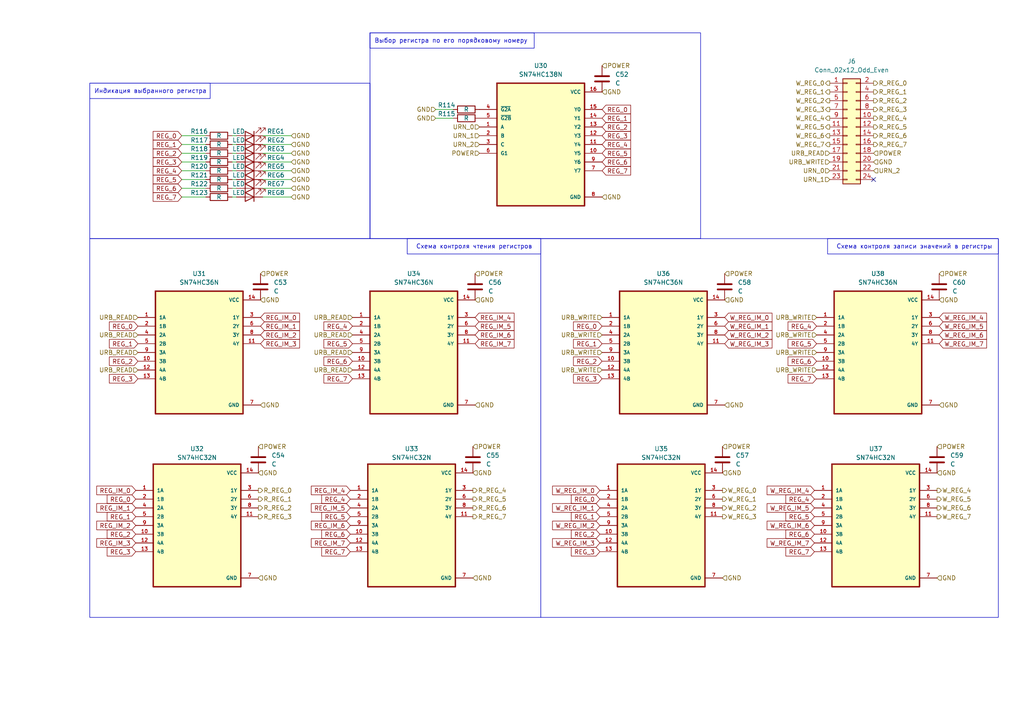
<source format=kicad_sch>
(kicad_sch (version 20230121) (generator eeschema)
  (paper "A4")
  (title_block (comment 1 "Схема электрическая принципиальная \\n Контроля блока пользовательских регистров"))
  (lib_symbols
    (symbol "Connector_Generic:Conn_02x12_Odd_Even" (pin_names (offset 1.016) hide)
      (property "Reference" "J" (at 1.27 15.24 0))
      (property "Value" "Conn_02x12_Odd_Even" (at 1.27 -17.78 0))
      (symbol "Conn_02x12_Odd_Even_1_1"
        (rectangle (start -1.27 -15.113) (end 0 -15.367) (stroke (width 0.1524)))
        (rectangle (start -1.27 -12.573) (end 0 -12.827) (stroke (width 0.1524)))
        (rectangle (start -1.27 -10.033) (end 0 -10.287) (stroke (width 0.1524)))
        (rectangle (start -1.27 -7.493) (end 0 -7.747) (stroke (width 0.1524)))
        (rectangle (start -1.27 -4.953) (end 0 -5.207) (stroke (width 0.1524)))
        (rectangle (start -1.27 -2.413) (end 0 -2.667) (stroke (width 0.1524)))
        (rectangle (start -1.27 0.127) (end 0 -0.127) (stroke (width 0.1524)))
        (rectangle (start -1.27 2.667) (end 0 2.413) (stroke (width 0.1524)))
        (rectangle (start -1.27 5.207) (end 0 4.953) (stroke (width 0.1524)))
        (rectangle (start -1.27 7.747) (end 0 7.493) (stroke (width 0.1524)))
        (rectangle (start -1.27 10.287) (end 0 10.033) (stroke (width 0.1524)))
        (rectangle (start -1.27 12.827) (end 0 12.573) (stroke (width 0.1524)))
        (rectangle (start -1.27 13.97) (end 3.81 -16.51) (stroke (width 0.254)) (fill (type background)))
        (rectangle (start 3.81 -15.113) (end 2.54 -15.367) (stroke (width 0.1524)))
        (rectangle (start 3.81 -12.573) (end 2.54 -12.827) (stroke (width 0.1524)))
        (rectangle (start 3.81 -10.033) (end 2.54 -10.287) (stroke (width 0.1524)))
        (rectangle (start 3.81 -7.493) (end 2.54 -7.747) (stroke (width 0.1524)))
        (rectangle (start 3.81 -4.953) (end 2.54 -5.207) (stroke (width 0.1524)))
        (rectangle (start 3.81 -2.413) (end 2.54 -2.667) (stroke (width 0.1524)))
        (rectangle (start 3.81 0.127) (end 2.54 -0.127) (stroke (width 0.1524)))
        (rectangle (start 3.81 2.667) (end 2.54 2.413) (stroke (width 0.1524)))
        (rectangle (start 3.81 5.207) (end 2.54 4.953) (stroke (width 0.1524)))
        (rectangle (start 3.81 7.747) (end 2.54 7.493) (stroke (width 0.1524)))
        (rectangle (start 3.81 10.287) (end 2.54 10.033) (stroke (width 0.1524)))
        (rectangle (start 3.81 12.827) (end 2.54 12.573) (stroke (width 0.1524)))
        (pin passive line (at -5.08 12.7 0) (length 3.81) (name "Pin_1") (number "1"))
        (pin passive line (at 7.62 2.54 180) (length 3.81) (name "Pin_10") (number "10"))
        (pin passive line (at -5.08 0 0) (length 3.81) (name "Pin_11") (number "11"))
        (pin passive line (at 7.62 0 180) (length 3.81) (name "Pin_12") (number "12"))
        (pin passive line (at -5.08 -2.54 0) (length 3.81) (name "Pin_13") (number "13"))
        (pin passive line (at 7.62 -2.54 180) (length 3.81) (name "Pin_14") (number "14"))
        (pin passive line (at -5.08 -5.08 0) (length 3.81) (name "Pin_15") (number "15"))
        (pin passive line (at 7.62 -5.08 180) (length 3.81) (name "Pin_16") (number "16"))
        (pin passive line (at -5.08 -7.62 0) (length 3.81) (name "Pin_17") (number "17"))
        (pin passive line (at 7.62 -7.62 180) (length 3.81) (name "Pin_18") (number "18"))
        (pin passive line (at -5.08 -10.16 0) (length 3.81) (name "Pin_19") (number "19"))
        (pin passive line (at 7.62 12.7 180) (length 3.81) (name "Pin_2") (number "2"))
        (pin passive line (at 7.62 -10.16 180) (length 3.81) (name "Pin_20") (number "20"))
        (pin passive line (at -5.08 -12.7 0) (length 3.81) (name "Pin_21") (number "21"))
        (pin passive line (at 7.62 -12.7 180) (length 3.81) (name "Pin_22") (number "22"))
        (pin passive line (at -5.08 -15.24 0) (length 3.81) (name "Pin_23") (number "23"))
        (pin passive line (at 7.62 -15.24 180) (length 3.81) (name "Pin_24") (number "24"))
        (pin passive line (at -5.08 10.16 0) (length 3.81) (name "Pin_3") (number "3"))
        (pin passive line (at 7.62 10.16 180) (length 3.81) (name "Pin_4") (number "4"))
        (pin passive line (at -5.08 7.62 0) (length 3.81) (name "Pin_5") (number "5"))
        (pin passive line (at 7.62 7.62 180) (length 3.81) (name "Pin_6") (number "6"))
        (pin passive line (at -5.08 5.08 0) (length 3.81) (name "Pin_7") (number "7"))
        (pin passive line (at 7.62 5.08 180) (length 3.81) (name "Pin_8") (number "8"))
        (pin passive line (at -5.08 2.54 0) (length 3.81) (name "Pin_9") (number "9"))
      )
    )
    (symbol "Device:C" (pin_numbers hide) (pin_names (offset 0.254))
      (property "Reference" "C" (at 0.635 2.54 0))
      (property "Value" "C" (at 0.635 -2.54 0))
      (symbol "C_0_1"
        (polyline (pts (xy -2.032 -0.762) (xy 2.032 -0.762)) (stroke (width 0.508)))
        (polyline (pts (xy -2.032 0.762) (xy 2.032 0.762)) (stroke (width 0.508)))
      )
      (symbol "C_1_1"
        (pin passive line (at 0 3.81 270) (length 2.794) (name "~") (number "1"))
        (pin passive line (at 0 -3.81 90) (length 2.794) (name "~") (number "2"))
      )
    )
    (symbol "Device:LED" (pin_numbers hide) (pin_names (offset 1.016) hide)
      (property "Reference" "D" (at 0 2.54 0))
      (property "Value" "LED" (at 0 -2.54 0))
      (symbol "LED_0_1"
        (polyline (pts (xy -1.27 -1.27) (xy -1.27 1.27)) (stroke (width 0.254)))
        (polyline (pts (xy -1.27 0) (xy 1.27 0)))
        (polyline (pts (xy 1.27 -1.27) (xy 1.27 1.27) (xy -1.27 0) (xy 1.27 -1.27)) (stroke (width 0.254)))
        (polyline (pts (xy -3.048 -0.762) (xy -4.572 -2.286) (xy -3.81 -2.286) (xy -4.572 -2.286) (xy -4.572 -1.524)))
        (polyline (pts (xy -1.778 -0.762) (xy -3.302 -2.286) (xy -2.54 -2.286) (xy -3.302 -2.286) (xy -3.302 -1.524)))
      )
      (symbol "LED_1_1"
        (pin passive line (at -3.81 0 0) (length 2.54) (name "K") (number "1"))
        (pin passive line (at 3.81 0 180) (length 2.54) (name "A") (number "2"))
      )
    )
    (symbol "Device:R" (pin_numbers hide) (pin_names (offset 0))
      (property "Reference" "R" (at 2.032 0 90))
      (property "Value" "R" (at 0 0 90))
      (symbol "R_0_1"
        (rectangle (start -1.016 -2.54) (end 1.016 2.54) (stroke (width 0.254)))
      )
      (symbol "R_1_1"
        (pin passive line (at 0 3.81 270) (length 1.27) (name "~") (number "1"))
        (pin passive line (at 0 -3.81 90) (length 1.27) (name "~") (number "2"))
      )
    )
    (symbol "SN74HC138N:SN74HC138N" (pin_names (offset 1.016))
      (property "Reference" "U" (at -12.7 18.78 0))
      (property "Value" "SN74HC138N" (at -12.7 -21.78 0))
      (symbol "SN74HC138N_0_0"
        (rectangle (start -12.7 -17.78) (end 12.7 17.78) (stroke (width 0.41)) (fill (type background)))
        (pin input line (at -17.78 5.08 0) (length 5.08) (name "A") (number "1"))
        (pin output line (at 17.78 -2.54 180) (length 5.08) (name "Y5") (number "10"))
        (pin output line (at 17.78 0 180) (length 5.08) (name "Y4") (number "11"))
        (pin output line (at 17.78 2.54 180) (length 5.08) (name "Y3") (number "12"))
        (pin output line (at 17.78 5.08 180) (length 5.08) (name "Y2") (number "13"))
        (pin output line (at 17.78 7.62 180) (length 5.08) (name "Y1") (number "14"))
        (pin output line (at 17.78 10.16 180) (length 5.08) (name "Y0") (number "15"))
        (pin power_in line (at 17.78 15.24 180) (length 5.08) (name "VCC") (number "16"))
        (pin input line (at -17.78 2.54 0) (length 5.08) (name "B") (number "2"))
        (pin input line (at -17.78 0 0) (length 5.08) (name "C") (number "3"))
        (pin input line (at -17.78 10.16 0) (length 5.08) (name "~{G2A}") (number "4"))
        (pin input line (at -17.78 7.62 0) (length 5.08) (name "~{G2B}") (number "5"))
        (pin input line (at -17.78 -2.54 0) (length 5.08) (name "G1") (number "6"))
        (pin output line (at 17.78 -7.62 180) (length 5.08) (name "Y7") (number "7"))
        (pin power_in line (at 17.78 -15.24 180) (length 5.08) (name "GND") (number "8"))
        (pin output line (at 17.78 -5.08 180) (length 5.08) (name "Y6") (number "9"))
      )
    )
    (symbol "SN74HC32N:SN74HC32N" (pin_names (offset 1.016))
      (property "Reference" "U" (at -12.7 18.78 0))
      (property "Value" "SN74HC32N" (at -12.7 -21.78 0))
      (symbol "SN74HC32N_0_0"
        (rectangle (start -12.7 -17.78) (end 12.7 17.78) (stroke (width 0.41)) (fill (type background)))
        (pin input line (at -17.78 10.16 0) (length 5.08) (name "1A") (number "1"))
        (pin input line (at -17.78 -2.54 0) (length 5.08) (name "3B") (number "10"))
        (pin output line (at 17.78 2.54 180) (length 5.08) (name "4Y") (number "11"))
        (pin input line (at -17.78 -5.08 0) (length 5.08) (name "4A") (number "12"))
        (pin input line (at -17.78 -7.62 0) (length 5.08) (name "4B") (number "13"))
        (pin power_in line (at 17.78 15.24 180) (length 5.08) (name "VCC") (number "14"))
        (pin input line (at -17.78 7.62 0) (length 5.08) (name "1B") (number "2"))
        (pin output line (at 17.78 10.16 180) (length 5.08) (name "1Y") (number "3"))
        (pin input line (at -17.78 5.08 0) (length 5.08) (name "2A") (number "4"))
        (pin input line (at -17.78 2.54 0) (length 5.08) (name "2B") (number "5"))
        (pin output line (at 17.78 7.62 180) (length 5.08) (name "2Y") (number "6"))
        (pin power_in line (at 17.78 -15.24 180) (length 5.08) (name "GND") (number "7"))
        (pin output line (at 17.78 5.08 180) (length 5.08) (name "3Y") (number "8"))
        (pin input line (at -17.78 0 0) (length 5.08) (name "3A") (number "9"))
      )
    )
  )
  (no_connect (at 253.365 52.07))
  (wire (pts (xy 68.58 41.91) (xy 67.31 41.91)))
  (wire (pts (xy 76.2 44.45) (xy 84.455 44.45)))
  (wire (pts (xy 52.705 52.07) (xy 59.69 52.07)))
  (wire (pts (xy 76.2 49.53) (xy 84.455 49.53)))
  (wire (pts (xy 52.705 57.15) (xy 59.69 57.15)))
  (wire (pts (xy 76.2 54.61) (xy 84.455 54.61)))
  (wire (pts (xy 68.58 49.53) (xy 67.31 49.53)))
  (wire (pts (xy 76.2 41.91) (xy 84.455 41.91)))
  (wire (pts (xy 52.705 39.37) (xy 59.69 39.37)))
  (wire (pts (xy 76.2 57.15) (xy 84.455 57.15)))
  (wire (pts (xy 68.58 57.15) (xy 67.31 57.15)))
  (wire (pts (xy 52.705 41.91) (xy 59.69 41.91)))
  (wire (pts (xy 76.2 52.07) (xy 84.455 52.07)))
  (wire (pts (xy 126.365 34.29) (xy 131.445 34.29)))
  (wire (pts (xy 52.705 46.99) (xy 59.69 46.99)))
  (wire (pts (xy 68.58 52.07) (xy 67.31 52.07)))
  (wire (pts (xy 52.705 54.61) (xy 59.69 54.61)))
  (wire (pts (xy 68.58 39.37) (xy 67.31 39.37)))
  (wire (pts (xy 76.2 39.37) (xy 84.455 39.37)))
  (wire (pts (xy 68.58 54.61) (xy 67.31 54.61)))
  (wire (pts (xy 52.705 49.53) (xy 59.69 49.53)))
  (wire (pts (xy 52.705 44.45) (xy 59.69 44.45)))
  (wire (pts (xy 76.2 46.99) (xy 84.455 46.99)))
  (wire (pts (xy 68.58 44.45) (xy 67.31 44.45)))
  (wire (pts (xy 68.58 46.99) (xy 67.31 46.99)))
  (wire (pts (xy 126.365 31.75) (xy 131.445 31.75)))
  (rectangle (start 26.035 24.13) (end 60.96 28.575))
  (rectangle (start 26.035 69.215) (end 156.845 179.07))
  (rectangle (start 240.03 69.215) (end 289.56 73.66))
  (rectangle (start 107.315 9.525) (end 203.2 69.215))
  (rectangle (start 26.035 24.13) (end 107.315 69.215))
  (rectangle (start 107.315 9.525) (end 154.94 13.97))
  (rectangle (start 156.845 69.215) (end 289.56 179.07))
  (rectangle (start 118.11 69.215) (end 156.845 73.66))
  (text "Схема контроля чтения регистров" (at 120.65 72.39 0) (effects (font (size 1.27 1.27)) (justify left bottom)))
  (text "Индикация выбранного регистра\n" (at 27.305 27.305 0) (effects (font (size 1.27 1.27)) (justify left bottom)))
  (text "Выбор регистра по его порядковому номеру" (at 108.585 12.7 0) (effects (font (size 1.27 1.27)) (justify left bottom)))
  (text "Схема контроля записи значений в регистры\n" (at 242.57 72.39 0) (effects (font (size 1.27 1.27)) (justify left bottom)))
  (global_label "REG_IM_3" (shape input) (at 39.37 157.48 180) (property "Intersheetrefs" "${INTERSHEET_REFS}" (effects hide)))
  (global_label "W_REG_IM_1" (shape input) (at 210.185 94.615 0) (property "Intersheetrefs" "${INTERSHEET_REFS}" (effects hide)))
  (global_label "REG_7" (shape input) (at 102.235 109.855 180) (property "Intersheetrefs" "${INTERSHEET_REFS}" (effects hide)))
  (global_label "REG_1" (shape input) (at 173.99 149.86 180) (property "Intersheetrefs" "${INTERSHEET_REFS}" (effects hide)))
  (global_label "REG_6" (shape input) (at 102.235 104.775 180) (property "Intersheetrefs" "${INTERSHEET_REFS}" (effects hide)))
  (global_label "REG_5" (shape input) (at 102.235 99.695 180) (property "Intersheetrefs" "${INTERSHEET_REFS}" (effects hide)))
  (global_label "REG_7" (shape input) (at 236.22 160.02 180) (property "Intersheetrefs" "${INTERSHEET_REFS}" (effects hide)))
  (global_label "REG_IM_3" (shape input) (at 75.565 99.695 0) (property "Intersheetrefs" "${INTERSHEET_REFS}" (effects hide)))
  (global_label "REG_2" (shape input) (at 52.705 44.45 180) (property "Intersheetrefs" "${INTERSHEET_REFS}" (effects hide)))
  (global_label "REG_0" (shape input) (at 40.005 94.615 180) (property "Intersheetrefs" "${INTERSHEET_REFS}" (effects hide)))
  (global_label "REG_IM_5" (shape input) (at 101.6 147.32 180) (property "Intersheetrefs" "${INTERSHEET_REFS}" (effects hide)))
  (global_label "REG_0" (shape input) (at 39.37 144.78 180) (property "Intersheetrefs" "${INTERSHEET_REFS}" (effects hide)))
  (global_label "REG_IM_7" (shape input) (at 101.6 157.48 180) (property "Intersheetrefs" "${INTERSHEET_REFS}" (effects hide)))
  (global_label "REG_3" (shape input) (at 174.625 39.37 0) (property "Intersheetrefs" "${INTERSHEET_REFS}" (effects hide)))
  (global_label "REG_5" (shape input) (at 174.625 44.45 0) (property "Intersheetrefs" "${INTERSHEET_REFS}" (effects hide)))
  (global_label "REG_2" (shape input) (at 174.625 104.775 180) (property "Intersheetrefs" "${INTERSHEET_REFS}" (effects hide)))
  (global_label "W_REG_IM_0" (shape input) (at 210.185 92.075 0) (property "Intersheetrefs" "${INTERSHEET_REFS}" (effects hide)))
  (global_label "REG_6" (shape input) (at 236.22 154.94 180) (property "Intersheetrefs" "${INTERSHEET_REFS}" (effects hide)))
  (global_label "REG_4" (shape input) (at 236.855 94.615 180) (property "Intersheetrefs" "${INTERSHEET_REFS}" (effects hide)))
  (global_label "REG_2" (shape input) (at 39.37 154.94 180) (property "Intersheetrefs" "${INTERSHEET_REFS}" (effects hide)))
  (global_label "REG_7" (shape input) (at 101.6 160.02 180) (property "Intersheetrefs" "${INTERSHEET_REFS}" (effects hide)))
  (global_label "W_REG_IM_6" (shape input) (at 272.415 97.155 0) (property "Intersheetrefs" "${INTERSHEET_REFS}" (effects hide)))
  (global_label "W_REG_IM_2" (shape input) (at 210.185 97.155 0) (property "Intersheetrefs" "${INTERSHEET_REFS}" (effects hide)))
  (global_label "REG_7" (shape input) (at 52.705 57.15 180) (property "Intersheetrefs" "${INTERSHEET_REFS}" (effects hide)))
  (global_label "REG_0" (shape input) (at 174.625 31.75 0) (property "Intersheetrefs" "${INTERSHEET_REFS}" (effects hide)))
  (global_label "REG_3" (shape input) (at 173.99 160.02 180) (property "Intersheetrefs" "${INTERSHEET_REFS}" (effects hide)))
  (global_label "REG_6" (shape input) (at 52.705 54.61 180) (property "Intersheetrefs" "${INTERSHEET_REFS}" (effects hide)))
  (global_label "W_REG_IM_7" (shape input) (at 236.22 157.48 180) (property "Intersheetrefs" "${INTERSHEET_REFS}" (effects hide)))
  (global_label "REG_4" (shape input) (at 52.705 49.53 180) (property "Intersheetrefs" "${INTERSHEET_REFS}" (effects hide)))
  (global_label "REG_1" (shape input) (at 174.625 34.29 0) (property "Intersheetrefs" "${INTERSHEET_REFS}" (effects hide)))
  (global_label "REG_IM_6" (shape input) (at 137.795 97.155 0) (property "Intersheetrefs" "${INTERSHEET_REFS}" (effects hide)))
  (global_label "REG_3" (shape input) (at 174.625 109.855 180) (property "Intersheetrefs" "${INTERSHEET_REFS}" (effects hide)))
  (global_label "REG_IM_2" (shape input) (at 75.565 97.155 0) (property "Intersheetrefs" "${INTERSHEET_REFS}" (effects hide)))
  (global_label "REG_IM_4" (shape input) (at 101.6 142.24 180) (property "Intersheetrefs" "${INTERSHEET_REFS}" (effects hide)))
  (global_label "REG_IM_7" (shape input) (at 137.795 99.695 0) (property "Intersheetrefs" "${INTERSHEET_REFS}" (effects hide)))
  (global_label "REG_4" (shape input) (at 101.6 144.78 180) (property "Intersheetrefs" "${INTERSHEET_REFS}" (effects hide)))
  (global_label "W_REG_IM_5" (shape input) (at 236.22 147.32 180) (property "Intersheetrefs" "${INTERSHEET_REFS}" (effects hide)))
  (global_label "REG_IM_5" (shape input) (at 137.795 94.615 0) (property "Intersheetrefs" "${INTERSHEET_REFS}" (effects hide)))
  (global_label "REG_1" (shape input) (at 52.705 41.91 180) (property "Intersheetrefs" "${INTERSHEET_REFS}" (effects hide)))
  (global_label "REG_IM_1" (shape input) (at 39.37 147.32 180) (property "Intersheetrefs" "${INTERSHEET_REFS}" (effects hide)))
  (global_label "W_REG_IM_7" (shape input) (at 272.415 99.695 0) (property "Intersheetrefs" "${INTERSHEET_REFS}" (effects hide)))
  (global_label "REG_6" (shape input) (at 101.6 154.94 180) (property "Intersheetrefs" "${INTERSHEET_REFS}" (effects hide)))
  (global_label "REG_4" (shape input) (at 174.625 41.91 0) (property "Intersheetrefs" "${INTERSHEET_REFS}" (effects hide)))
  (global_label "REG_7" (shape input) (at 236.855 109.855 180) (property "Intersheetrefs" "${INTERSHEET_REFS}" (effects hide)))
  (global_label "REG_6" (shape input) (at 174.625 46.99 0) (property "Intersheetrefs" "${INTERSHEET_REFS}" (effects hide)))
  (global_label "REG_2" (shape input) (at 40.005 104.775 180) (property "Intersheetrefs" "${INTERSHEET_REFS}" (effects hide)))
  (global_label "REG_7" (shape input) (at 174.625 49.53 0) (property "Intersheetrefs" "${INTERSHEET_REFS}" (effects hide)))
  (global_label "REG_3" (shape input) (at 39.37 160.02 180) (property "Intersheetrefs" "${INTERSHEET_REFS}" (effects hide)))
  (global_label "REG_IM_0" (shape input) (at 75.565 92.075 0) (property "Intersheetrefs" "${INTERSHEET_REFS}" (effects hide)))
  (global_label "W_REG_IM_0" (shape input) (at 173.99 142.24 180) (property "Intersheetrefs" "${INTERSHEET_REFS}" (effects hide)))
  (global_label "REG_IM_4" (shape input) (at 137.795 92.075 0) (property "Intersheetrefs" "${INTERSHEET_REFS}" (effects hide)))
  (global_label "REG_4" (shape input) (at 236.22 144.78 180) (property "Intersheetrefs" "${INTERSHEET_REFS}" (effects hide)))
  (global_label "REG_2" (shape input) (at 173.99 154.94 180) (property "Intersheetrefs" "${INTERSHEET_REFS}" (effects hide)))
  (global_label "W_REG_IM_6" (shape input) (at 236.22 152.4 180) (property "Intersheetrefs" "${INTERSHEET_REFS}" (effects hide)))
  (global_label "REG_5" (shape input) (at 52.705 52.07 180) (property "Intersheetrefs" "${INTERSHEET_REFS}" (effects hide)))
  (global_label "REG_1" (shape input) (at 174.625 99.695 180) (property "Intersheetrefs" "${INTERSHEET_REFS}" (effects hide)))
  (global_label "REG_2" (shape input) (at 174.625 36.83 0) (property "Intersheetrefs" "${INTERSHEET_REFS}" (effects hide)))
  (global_label "REG_1" (shape input) (at 39.37 149.86 180) (property "Intersheetrefs" "${INTERSHEET_REFS}" (effects hide)))
  (global_label "REG_5" (shape input) (at 236.855 99.695 180) (property "Intersheetrefs" "${INTERSHEET_REFS}" (effects hide)))
  (global_label "W_REG_IM_4" (shape input) (at 236.22 142.24 180) (property "Intersheetrefs" "${INTERSHEET_REFS}" (effects hide)))
  (global_label "REG_0" (shape input) (at 174.625 94.615 180) (property "Intersheetrefs" "${INTERSHEET_REFS}" (effects hide)))
  (global_label "REG_IM_1" (shape input) (at 75.565 94.615 0) (property "Intersheetrefs" "${INTERSHEET_REFS}" (effects hide)))
  (global_label "REG_IM_6" (shape input) (at 101.6 152.4 180) (property "Intersheetrefs" "${INTERSHEET_REFS}" (effects hide)))
  (global_label "REG_0" (shape input) (at 52.705 39.37 180) (property "Intersheetrefs" "${INTERSHEET_REFS}" (effects hide)))
  (global_label "W_REG_IM_4" (shape input) (at 272.415 92.075 0) (property "Intersheetrefs" "${INTERSHEET_REFS}" (effects hide)))
  (global_label "REG_6" (shape input) (at 236.855 104.775 180) (property "Intersheetrefs" "${INTERSHEET_REFS}" (effects hide)))
  (global_label "REG_5" (shape input) (at 236.22 149.86 180) (property "Intersheetrefs" "${INTERSHEET_REFS}" (effects hide)))
  (global_label "REG_3" (shape input) (at 52.705 46.99 180) (property "Intersheetrefs" "${INTERSHEET_REFS}" (effects hide)))
  (global_label "REG_IM_2" (shape input) (at 39.37 152.4 180) (property "Intersheetrefs" "${INTERSHEET_REFS}" (effects hide)))
  (global_label "W_REG_IM_3" (shape input) (at 173.99 157.48 180) (property "Intersheetrefs" "${INTERSHEET_REFS}" (effects hide)))
  (global_label "REG_1" (shape input) (at 40.005 99.695 180) (property "Intersheetrefs" "${INTERSHEET_REFS}" (effects hide)))
  (global_label "REG_IM_0" (shape input) (at 39.37 142.24 180) (property "Intersheetrefs" "${INTERSHEET_REFS}" (effects hide)))
  (global_label "W_REG_IM_5" (shape input) (at 272.415 94.615 0) (property "Intersheetrefs" "${INTERSHEET_REFS}" (effects hide)))
  (global_label "W_REG_IM_3" (shape input) (at 210.185 99.695 0) (property "Intersheetrefs" "${INTERSHEET_REFS}" (effects hide)))
  (global_label "W_REG_IM_2" (shape input) (at 173.99 152.4 180) (property "Intersheetrefs" "${INTERSHEET_REFS}" (effects hide)))
  (global_label "REG_0" (shape input) (at 173.99 144.78 180) (property "Intersheetrefs" "${INTERSHEET_REFS}" (effects hide)))
  (global_label "REG_4" (shape input) (at 102.235 94.615 180) (property "Intersheetrefs" "${INTERSHEET_REFS}" (effects hide)))
  (global_label "REG_3" (shape input) (at 40.005 109.855 180) (property "Intersheetrefs" "${INTERSHEET_REFS}" (effects hide)))
  (global_label "W_REG_IM_1" (shape input) (at 173.99 147.32 180) (property "Intersheetrefs" "${INTERSHEET_REFS}" (effects hide)))
  (global_label "REG_5" (shape input) (at 101.6 149.86 180) (property "Intersheetrefs" "${INTERSHEET_REFS}" (effects hide)))
  (hierarchical_label "R_REG_2" (shape output) (at 253.365 29.21 0))
  (hierarchical_label "GND" (shape input) (at 137.795 117.475 0))
  (hierarchical_label "R_REG_4" (shape output) (at 253.365 34.29 0))
  (hierarchical_label "URB_WRITE" (shape input) (at 174.625 97.155 180))
  (hierarchical_label "GND" (shape input) (at 84.455 44.45 0))
  (hierarchical_label "GND" (shape input) (at 75.565 86.995 0))
  (hierarchical_label "POWER" (shape input) (at 74.93 129.54 0))
  (hierarchical_label "GND" (shape input) (at 84.455 54.61 0))
  (hierarchical_label "W_REG_7" (shape output) (at 271.78 149.86 0))
  (hierarchical_label "POWER" (shape input) (at 75.565 79.375 0))
  (hierarchical_label "URB_WRITE" (shape input) (at 236.855 102.235 180))
  (hierarchical_label "URB_WRITE" (shape input) (at 236.855 107.315 180))
  (hierarchical_label "GND" (shape input) (at 271.78 167.64 0))
  (hierarchical_label "GND" (shape input) (at 209.55 167.64 0))
  (hierarchical_label "POWER" (shape input) (at 174.625 19.05 0))
  (hierarchical_label "R_REG_3" (shape output) (at 74.93 149.86 0))
  (hierarchical_label "URN_2" (shape input) (at 253.365 49.53 0))
  (hierarchical_label "R_REG_7" (shape output) (at 253.365 41.91 0))
  (hierarchical_label "R_REG_5" (shape output) (at 137.16 144.78 0))
  (hierarchical_label "W_REG_1" (shape output) (at 209.55 144.78 0))
  (hierarchical_label "GND" (shape input) (at 137.16 137.16 0))
  (hierarchical_label "W_REG_6" (shape output) (at 240.665 39.37 180))
  (hierarchical_label "W_REG_0" (shape output) (at 209.55 142.24 0))
  (hierarchical_label "POWER" (shape input) (at 137.16 129.54 0))
  (hierarchical_label "W_REG_4" (shape output) (at 271.78 142.24 0))
  (hierarchical_label "URB_WRITE" (shape input) (at 174.625 107.315 180))
  (hierarchical_label "R_REG_0" (shape output) (at 74.93 142.24 0))
  (hierarchical_label "GND" (shape input) (at 84.455 57.15 0))
  (hierarchical_label "GND" (shape input) (at 84.455 46.99 0))
  (hierarchical_label "URN_1" (shape input) (at 139.065 39.37 180))
  (hierarchical_label "URB_WRITE" (shape input) (at 236.855 97.155 180))
  (hierarchical_label "URN_2" (shape input) (at 139.065 41.91 180))
  (hierarchical_label "GND" (shape input) (at 74.93 167.64 0))
  (hierarchical_label "R_REG_1" (shape output) (at 74.93 144.78 0))
  (hierarchical_label "POWER" (shape input) (at 210.185 79.375 0))
  (hierarchical_label "GND" (shape input) (at 84.455 52.07 0))
  (hierarchical_label "URB_WRITE" (shape input) (at 236.855 92.075 180))
  (hierarchical_label "GND" (shape input) (at 272.415 117.475 0))
  (hierarchical_label "R_REG_7" (shape output) (at 137.16 149.86 0))
  (hierarchical_label "GND" (shape input) (at 74.93 137.16 0))
  (hierarchical_label "GND" (shape input) (at 210.185 117.475 0))
  (hierarchical_label "POWER" (shape input) (at 139.065 44.45 180))
  (hierarchical_label "URB_WRITE" (shape input) (at 174.625 102.235 180))
  (hierarchical_label "GND" (shape input) (at 253.365 46.99 0))
  (hierarchical_label "W_REG_0" (shape output) (at 240.665 24.13 180))
  (hierarchical_label "POWER" (shape input) (at 253.365 44.45 0))
  (hierarchical_label "R_REG_0" (shape output) (at 253.365 24.13 0))
  (hierarchical_label "URB_READ" (shape input) (at 40.005 92.075 180))
  (hierarchical_label "W_REG_2" (shape output) (at 240.665 29.21 180))
  (hierarchical_label "URN_0" (shape input) (at 139.065 36.83 180))
  (hierarchical_label "R_REG_4" (shape output) (at 137.16 142.24 0))
  (hierarchical_label "POWER" (shape input) (at 271.78 129.54 0))
  (hierarchical_label "GND" (shape input) (at 209.55 137.16 0))
  (hierarchical_label "W_REG_3" (shape output) (at 209.55 149.86 0))
  (hierarchical_label "W_REG_7" (shape output) (at 240.665 41.91 180))
  (hierarchical_label "GND" (shape input) (at 84.455 39.37 0))
  (hierarchical_label "R_REG_2" (shape output) (at 74.93 147.32 0))
  (hierarchical_label "R_REG_1" (shape output) (at 253.365 26.67 0))
  (hierarchical_label "URN_1" (shape input) (at 240.665 52.07 180))
  (hierarchical_label "URB_READ" (shape input) (at 102.235 92.075 180))
  (hierarchical_label "GND" (shape input) (at 75.565 117.475 0))
  (hierarchical_label "GND" (shape input) (at 210.185 86.995 0))
  (hierarchical_label "W_REG_1" (shape output) (at 240.665 26.67 180))
  (hierarchical_label "W_REG_6" (shape output) (at 271.78 147.32 0))
  (hierarchical_label "URB_READ" (shape input) (at 102.235 107.315 180))
  (hierarchical_label "R_REG_5" (shape output) (at 253.365 36.83 0))
  (hierarchical_label "W_REG_2" (shape output) (at 209.55 147.32 0))
  (hierarchical_label "URB_READ" (shape input) (at 102.235 102.235 180))
  (hierarchical_label "GND" (shape input) (at 126.365 31.75 180))
  (hierarchical_label "W_REG_5" (shape output) (at 271.78 144.78 0))
  (hierarchical_label "R_REG_3" (shape output) (at 253.365 31.75 0))
  (hierarchical_label "POWER" (shape input) (at 272.415 79.375 0))
  (hierarchical_label "POWER" (shape input) (at 137.795 79.375 0))
  (hierarchical_label "W_REG_3" (shape output) (at 240.665 31.75 180))
  (hierarchical_label "GND" (shape input) (at 272.415 86.995 0))
  (hierarchical_label "GND" (shape input) (at 137.16 167.64 0))
  (hierarchical_label "W_REG_5" (shape output) (at 240.665 36.83 180))
  (hierarchical_label "GND" (shape input) (at 137.795 86.995 0))
  (hierarchical_label "GND" (shape input) (at 271.78 137.16 0))
  (hierarchical_label "GND" (shape input) (at 84.455 49.53 0))
  (hierarchical_label "GND" (shape input) (at 84.455 41.91 0))
  (hierarchical_label "W_REG_4" (shape output) (at 240.665 34.29 180))
  (hierarchical_label "URB_READ" (shape input) (at 40.005 97.155 180))
  (hierarchical_label "GND" (shape input) (at 174.625 57.15 0))
  (hierarchical_label "URB_READ" (shape input) (at 40.005 102.235 180))
  (hierarchical_label "URN_0" (shape input) (at 240.665 49.53 180))
  (hierarchical_label "URB_READ" (shape input) (at 240.665 44.45 180))
  (hierarchical_label "GND" (shape input) (at 126.365 34.29 180))
  (hierarchical_label "R_REG_6" (shape output) (at 137.16 147.32 0))
  (hierarchical_label "URB_WRITE" (shape input) (at 240.665 46.99 180))
  (hierarchical_label "URB_WRITE" (shape input) (at 174.625 92.075 180))
  (hierarchical_label "URB_READ" (shape input) (at 102.235 97.155 180))
  (hierarchical_label "URB_READ" (shape input) (at 40.005 107.315 180))
  (hierarchical_label "GND" (shape input) (at 174.625 26.67 0))
  (hierarchical_label "POWER" (shape input) (at 209.55 129.54 0))
  (hierarchical_label "R_REG_6" (shape output) (at 253.365 39.37 0))
  (symbol (lib_id "SN74HC32N:SN74HC32N") (at 120.015 102.235 0) (unit 1)
    (property "Reference" "U34" (at 120.015 79.375 0))
    (property "Value" "SN74HC36N" (at 120.015 81.915 0))
    (property "Footprint" "SN74HC32N:DIP794W45P254L1969H508Q14" (effects hide))
    (property "MF" "Texas Instruments" (effects hide))
    (property "Description" "\n4-ch, 2-input, 2-V to 6-V OR gates\n" (effects hide))
    (property "Package" "PDIP-14 Texas Instruments" (effects hide))
    (property "Price" "None" (effects hide))
    (property "SnapEDA_Link" "https://www.snapeda.com/parts/SN74HC32N/Texas+Instruments/view-part/?ref=snap" (effects hide))
    (property "MP" "SN74HC32N" (effects hide))
    (property "Purchase-URL" "https://www.snapeda.com/api/url_track_click_mouser/?unipart_id=214096&manufacturer=Texas Instruments&part_name=SN74HC32N&search_term=sn74hc32" (effects hide))
    (property "Availability" "In Stock" (effects hide))
    (property "Check_prices" "https://www.snapeda.com/parts/SN74HC32N/Texas+Instruments/view-part/?ref=eda" (effects hide))
  )
  (symbol (lib_id "Device:LED") (at 72.39 46.99 180) (unit 1)
    (property "Reference" "REG4" (at 80.01 45.72 0))
    (property "Value" "LED" (at 69.215 45.72 0))
  )
  (symbol (lib_id "Device:C") (at 272.415 83.185 0) (unit 1)
    (property "Reference" "C60" (at 276.225 81.915 0) (effects (justify left)))
    (property "Value" "C" (at 276.225 84.455 0) (effects (justify left)))
  )
  (symbol (lib_id "Device:R") (at 63.5 39.37 90) (unit 1)
    (property "Reference" "R116" (at 57.785 38.1 90))
    (property "Value" "R" (at 63.5 39.37 90))
  )
  (symbol (lib_id "Device:R") (at 63.5 44.45 90) (unit 1)
    (property "Reference" "R118" (at 57.785 43.18 90))
    (property "Value" "R" (at 63.5 44.45 90))
  )
  (symbol (lib_id "Device:C") (at 75.565 83.185 0) (unit 1)
    (property "Reference" "C53" (at 79.375 81.915 0) (effects (justify left)))
    (property "Value" "C" (at 79.375 84.455 0) (effects (justify left)))
  )
  (symbol (lib_id "Device:R") (at 63.5 41.91 90) (unit 1)
    (property "Reference" "R117" (at 57.785 40.64 90))
    (property "Value" "R" (at 63.5 41.91 90))
  )
  (symbol (lib_id "Device:C") (at 74.93 133.35 0) (unit 1)
    (property "Reference" "C54" (at 78.74 132.08 0) (effects (justify left)))
    (property "Value" "C" (at 78.74 134.62 0) (effects (justify left)))
  )
  (symbol (lib_id "Device:LED") (at 72.39 39.37 180) (unit 1)
    (property "Reference" "REG1" (at 80.01 38.1 0))
    (property "Value" "LED" (at 69.215 38.1 0))
  )
  (symbol (lib_id "Device:LED") (at 72.39 41.91 180) (unit 1)
    (property "Reference" "REG2" (at 80.01 40.64 0))
    (property "Value" "LED" (at 69.215 40.64 0))
  )
  (symbol (lib_id "Device:R") (at 63.5 54.61 90) (unit 1)
    (property "Reference" "R122" (at 57.785 53.34 90))
    (property "Value" "R" (at 63.5 54.61 90))
  )
  (symbol (lib_id "SN74HC32N:SN74HC32N") (at 254.635 102.235 0) (unit 1)
    (property "Reference" "U38" (at 254.635 79.375 0))
    (property "Value" "SN74HC36N" (at 254.635 81.915 0))
    (property "Footprint" "SN74HC32N:DIP794W45P254L1969H508Q14" (effects hide))
    (property "MF" "Texas Instruments" (effects hide))
    (property "Description" "\n4-ch, 2-input, 2-V to 6-V OR gates\n" (effects hide))
    (property "Package" "PDIP-14 Texas Instruments" (effects hide))
    (property "Price" "None" (effects hide))
    (property "SnapEDA_Link" "https://www.snapeda.com/parts/SN74HC32N/Texas+Instruments/view-part/?ref=snap" (effects hide))
    (property "MP" "SN74HC32N" (effects hide))
    (property "Purchase-URL" "https://www.snapeda.com/api/url_track_click_mouser/?unipart_id=214096&manufacturer=Texas Instruments&part_name=SN74HC32N&search_term=sn74hc32" (effects hide))
    (property "Availability" "In Stock" (effects hide))
    (property "Check_prices" "https://www.snapeda.com/parts/SN74HC32N/Texas+Instruments/view-part/?ref=eda" (effects hide))
  )
  (symbol (lib_id "Device:C") (at 271.78 133.35 0) (unit 1)
    (property "Reference" "C59" (at 275.59 132.08 0) (effects (justify left)))
    (property "Value" "C" (at 275.59 134.62 0) (effects (justify left)))
  )
  (symbol (lib_id "Device:C") (at 137.795 83.185 0) (unit 1)
    (property "Reference" "C56" (at 141.605 81.915 0) (effects (justify left)))
    (property "Value" "C" (at 141.605 84.455 0) (effects (justify left)))
  )
  (symbol (lib_id "SN74HC32N:SN74HC32N") (at 119.38 152.4 0) (unit 1)
    (property "Reference" "U33" (at 119.38 130.175 0))
    (property "Value" "SN74HC32N" (at 119.38 132.715 0))
    (property "Footprint" "SN74HC32N:DIP794W45P254L1969H508Q14" (effects hide))
    (property "MF" "Texas Instruments" (effects hide))
    (property "Description" "\n4-ch, 2-input, 2-V to 6-V OR gates\n" (effects hide))
    (property "Package" "PDIP-14 Texas Instruments" (effects hide))
    (property "Price" "None" (effects hide))
    (property "SnapEDA_Link" "https://www.snapeda.com/parts/SN74HC32N/Texas+Instruments/view-part/?ref=snap" (effects hide))
    (property "MP" "SN74HC32N" (effects hide))
    (property "Purchase-URL" "https://www.snapeda.com/api/url_track_click_mouser/?unipart_id=214096&manufacturer=Texas Instruments&part_name=SN74HC32N&search_term=sn74hc32" (effects hide))
    (property "Availability" "In Stock" (effects hide))
    (property "Check_prices" "https://www.snapeda.com/parts/SN74HC32N/Texas+Instruments/view-part/?ref=eda" (effects hide))
  )
  (symbol (lib_id "Device:LED") (at 72.39 57.15 180) (unit 1)
    (property "Reference" "REG8" (at 80.01 55.88 0))
    (property "Value" "LED" (at 69.215 55.88 0))
  )
  (symbol (lib_id "Device:R") (at 63.5 57.15 90) (unit 1)
    (property "Reference" "R123" (at 57.785 55.88 90))
    (property "Value" "R" (at 63.5 57.15 90))
  )
  (symbol (lib_id "Device:LED") (at 72.39 49.53 180) (unit 1)
    (property "Reference" "REG5" (at 80.01 48.26 0))
    (property "Value" "LED" (at 69.215 48.26 0))
  )
  (symbol (lib_id "Device:C") (at 137.16 133.35 0) (unit 1)
    (property "Reference" "C55" (at 140.97 132.08 0) (effects (justify left)))
    (property "Value" "C" (at 140.97 134.62 0) (effects (justify left)))
  )
  (symbol (lib_id "Device:R") (at 135.255 31.75 90) (unit 1)
    (property "Reference" "R114" (at 129.54 30.48 90))
    (property "Value" "R" (at 135.255 31.75 90))
  )
  (symbol (lib_id "Device:R") (at 63.5 46.99 90) (unit 1)
    (property "Reference" "R119" (at 57.785 45.72 90))
    (property "Value" "R" (at 63.5 46.99 90))
  )
  (symbol (lib_id "Device:LED") (at 72.39 52.07 180) (unit 1)
    (property "Reference" "REG6" (at 80.01 50.8 0))
    (property "Value" "LED" (at 69.215 50.8 0))
  )
  (symbol (lib_id "Connector_Generic:Conn_02x12_Odd_Even") (at 245.745 36.83 0) (unit 1)
    (property "Reference" "J6" (at 247.015 17.78 0))
    (property "Value" "Conn_02x12_Odd_Even" (at 247.015 20.32 0))
  )
  (symbol (lib_id "SN74HC32N:SN74HC32N") (at 57.15 152.4 0) (unit 1)
    (property "Reference" "U32" (at 57.15 130.175 0))
    (property "Value" "SN74HC32N" (at 57.15 132.715 0))
    (property "Footprint" "SN74HC32N:DIP794W45P254L1969H508Q14" (effects hide))
    (property "MF" "Texas Instruments" (effects hide))
    (property "Description" "\n4-ch, 2-input, 2-V to 6-V OR gates\n" (effects hide))
    (property "Package" "PDIP-14 Texas Instruments" (effects hide))
    (property "Price" "None" (effects hide))
    (property "SnapEDA_Link" "https://www.snapeda.com/parts/SN74HC32N/Texas+Instruments/view-part/?ref=snap" (effects hide))
    (property "MP" "SN74HC32N" (effects hide))
    (property "Purchase-URL" "https://www.snapeda.com/api/url_track_click_mouser/?unipart_id=214096&manufacturer=Texas Instruments&part_name=SN74HC32N&search_term=sn74hc32" (effects hide))
    (property "Availability" "In Stock" (effects hide))
    (property "Check_prices" "https://www.snapeda.com/parts/SN74HC32N/Texas+Instruments/view-part/?ref=eda" (effects hide))
  )
  (symbol (lib_id "Device:LED") (at 72.39 54.61 180) (unit 1)
    (property "Reference" "REG7" (at 80.01 53.34 0))
    (property "Value" "LED" (at 69.215 53.34 0))
  )
  (symbol (lib_id "Device:R") (at 63.5 52.07 90) (unit 1)
    (property "Reference" "R121" (at 57.785 50.8 90))
    (property "Value" "R" (at 63.5 52.07 90))
  )
  (symbol (lib_id "SN74HC32N:SN74HC32N") (at 254 152.4 0) (unit 1)
    (property "Reference" "U37" (at 254 130.175 0))
    (property "Value" "SN74HC32N" (at 254 132.715 0))
    (property "Footprint" "SN74HC32N:DIP794W45P254L1969H508Q14" (effects hide))
    (property "MF" "Texas Instruments" (effects hide))
    (property "Description" "\n4-ch, 2-input, 2-V to 6-V OR gates\n" (effects hide))
    (property "Package" "PDIP-14 Texas Instruments" (effects hide))
    (property "Price" "None" (effects hide))
    (property "SnapEDA_Link" "https://www.snapeda.com/parts/SN74HC32N/Texas+Instruments/view-part/?ref=snap" (effects hide))
    (property "MP" "SN74HC32N" (effects hide))
    (property "Purchase-URL" "https://www.snapeda.com/api/url_track_click_mouser/?unipart_id=214096&manufacturer=Texas Instruments&part_name=SN74HC32N&search_term=sn74hc32" (effects hide))
    (property "Availability" "In Stock" (effects hide))
    (property "Check_prices" "https://www.snapeda.com/parts/SN74HC32N/Texas+Instruments/view-part/?ref=eda" (effects hide))
  )
  (symbol (lib_id "Device:C") (at 210.185 83.185 0) (unit 1)
    (property "Reference" "C58" (at 213.995 81.915 0) (effects (justify left)))
    (property "Value" "C" (at 213.995 84.455 0) (effects (justify left)))
  )
  (symbol (lib_id "Device:R") (at 135.255 34.29 90) (unit 1)
    (property "Reference" "R115" (at 129.54 33.02 90))
    (property "Value" "R" (at 135.255 34.29 90))
  )
  (symbol (lib_id "Device:LED") (at 72.39 44.45 180) (unit 1)
    (property "Reference" "REG3" (at 80.01 43.18 0))
    (property "Value" "LED" (at 69.215 43.18 0))
  )
  (symbol (lib_id "SN74HC32N:SN74HC32N") (at 192.405 102.235 0) (unit 1)
    (property "Reference" "U36" (at 192.405 79.375 0))
    (property "Value" "SN74HC36N" (at 192.405 81.915 0))
    (property "Footprint" "SN74HC32N:DIP794W45P254L1969H508Q14" (effects hide))
    (property "MF" "Texas Instruments" (effects hide))
    (property "Description" "\n4-ch, 2-input, 2-V to 6-V OR gates\n" (effects hide))
    (property "Package" "PDIP-14 Texas Instruments" (effects hide))
    (property "Price" "None" (effects hide))
    (property "SnapEDA_Link" "https://www.snapeda.com/parts/SN74HC32N/Texas+Instruments/view-part/?ref=snap" (effects hide))
    (property "MP" "SN74HC32N" (effects hide))
    (property "Purchase-URL" "https://www.snapeda.com/api/url_track_click_mouser/?unipart_id=214096&manufacturer=Texas Instruments&part_name=SN74HC32N&search_term=sn74hc32" (effects hide))
    (property "Availability" "In Stock" (effects hide))
    (property "Check_prices" "https://www.snapeda.com/parts/SN74HC32N/Texas+Instruments/view-part/?ref=eda" (effects hide))
  )
  (symbol (lib_id "SN74HC32N:SN74HC32N") (at 191.77 152.4 0) (unit 1)
    (property "Reference" "U35" (at 191.77 130.175 0))
    (property "Value" "SN74HC32N" (at 191.77 132.715 0))
    (property "Footprint" "SN74HC32N:DIP794W45P254L1969H508Q14" (effects hide))
    (property "MF" "Texas Instruments" (effects hide))
    (property "Description" "\n4-ch, 2-input, 2-V to 6-V OR gates\n" (effects hide))
    (property "Package" "PDIP-14 Texas Instruments" (effects hide))
    (property "Price" "None" (effects hide))
    (property "SnapEDA_Link" "https://www.snapeda.com/parts/SN74HC32N/Texas+Instruments/view-part/?ref=snap" (effects hide))
    (property "MP" "SN74HC32N" (effects hide))
    (property "Purchase-URL" "https://www.snapeda.com/api/url_track_click_mouser/?unipart_id=214096&manufacturer=Texas Instruments&part_name=SN74HC32N&search_term=sn74hc32" (effects hide))
    (property "Availability" "In Stock" (effects hide))
    (property "Check_prices" "https://www.snapeda.com/parts/SN74HC32N/Texas+Instruments/view-part/?ref=eda" (effects hide))
  )
  (symbol (lib_id "SN74HC138N:SN74HC138N") (at 156.845 41.91 0) (unit 1)
    (property "Reference" "U30" (at 156.845 19.05 0))
    (property "Value" "SN74HC138N" (at 156.845 21.59 0))
    (property "Footprint" "SN74HC138N:DIP794W45P254L1969H508Q16" (effects hide))
    (property "MF" "Texas Instruments" (effects hide))
    (property "Description" "\n3-Line To 8-Line Decoders/Demultiplexers\n" (effects hide))
    (property "Package" "PDIP-16 Texas Instruments" (effects hide))
    (property "Price" "None" (effects hide))
    (property "SnapEDA_Link" "https://www.snapeda.com/parts/SN74HC138N/Texas+Instruments/view-part/?ref=snap" (effects hide))
    (property "MP" "SN74HC138N" (effects hide))
    (property "Purchase-URL" "https://www.snapeda.com/api/url_track_click_mouser/?unipart_id=105432&manufacturer=Texas Instruments&part_name=SN74HC138N&search_term=sn74hc138" (effects hide))
    (property "Availability" "In Stock" (effects hide))
    (property "Check_prices" "https://www.snapeda.com/parts/SN74HC138N/Texas+Instruments/view-part/?ref=eda" (effects hide))
  )
  (symbol (lib_id "Device:R") (at 63.5 49.53 90) (unit 1)
    (property "Reference" "R120" (at 57.785 48.26 90))
    (property "Value" "R" (at 63.5 49.53 90))
  )
  (symbol (lib_id "Device:C") (at 174.625 22.86 0) (unit 1)
    (property "Reference" "C52" (at 178.435 21.59 0) (effects (justify left)))
    (property "Value" "C" (at 178.435 24.13 0) (effects (justify left)))
  )
  (symbol (lib_id "Device:C") (at 209.55 133.35 0) (unit 1)
    (property "Reference" "C57" (at 213.36 132.08 0) (effects (justify left)))
    (property "Value" "C" (at 213.36 134.62 0) (effects (justify left)))
  )
  (symbol (lib_id "SN74HC32N:SN74HC32N") (at 57.785 102.235 0) (unit 1)
    (property "Reference" "U31" (at 57.785 79.375 0))
    (property "Value" "SN74HC36N" (at 57.785 81.915 0))
    (property "Footprint" "SN74HC32N:DIP794W45P254L1969H508Q14" (effects hide))
    (property "MF" "Texas Instruments" (effects hide))
    (property "Description" "\n4-ch, 2-input, 2-V to 6-V OR gates\n" (effects hide))
    (property "Package" "PDIP-14 Texas Instruments" (effects hide))
    (property "Price" "None" (effects hide))
    (property "SnapEDA_Link" "https://www.snapeda.com/parts/SN74HC32N/Texas+Instruments/view-part/?ref=snap" (effects hide))
    (property "MP" "SN74HC32N" (effects hide))
    (property "Purchase-URL" "https://www.snapeda.com/api/url_track_click_mouser/?unipart_id=214096&manufacturer=Texas Instruments&part_name=SN74HC32N&search_term=sn74hc32" (effects hide))
    (property "Availability" "In Stock" (effects hide))
    (property "Check_prices" "https://www.snapeda.com/parts/SN74HC32N/Texas+Instruments/view-part/?ref=eda" (effects hide))
  )
)
</source>
